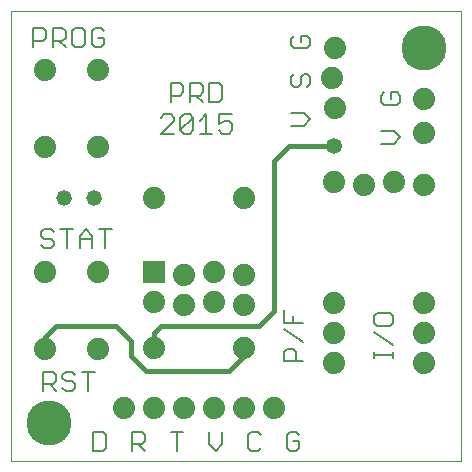
<source format=gtl>
G75*
%MOIN*%
%OFA0B0*%
%FSLAX24Y24*%
%IPPOS*%
%LPD*%
%AMOC8*
5,1,8,0,0,1.08239X$1,22.5*
%
%ADD10C,0.0000*%
%ADD11C,0.0060*%
%ADD12C,0.0740*%
%ADD13C,0.0520*%
%ADD14R,0.0740X0.0740*%
%ADD15C,0.0160*%
%ADD16C,0.0531*%
%ADD17C,0.1502*%
D10*
X008833Y005250D02*
X008833Y020250D01*
X023833Y020250D01*
X023833Y005250D01*
X008833Y005250D01*
D11*
X011568Y005580D02*
X011889Y005580D01*
X011995Y005687D01*
X011995Y006114D01*
X011889Y006221D01*
X011568Y006221D01*
X011568Y005580D01*
X012857Y005580D02*
X012857Y006221D01*
X013178Y006221D01*
X013284Y006114D01*
X013284Y005900D01*
X013178Y005794D01*
X012857Y005794D01*
X013071Y005794D02*
X013284Y005580D01*
X014147Y006221D02*
X014574Y006221D01*
X014360Y006221D02*
X014360Y005580D01*
X015436Y005794D02*
X015436Y006221D01*
X015863Y006221D02*
X015863Y005794D01*
X015649Y005580D01*
X015436Y005794D01*
X016725Y005687D02*
X016831Y005580D01*
X017045Y005580D01*
X017152Y005687D01*
X016725Y005687D02*
X016725Y006114D01*
X016831Y006221D01*
X017045Y006221D01*
X017152Y006114D01*
X018014Y006114D02*
X018014Y005687D01*
X018121Y005580D01*
X018334Y005580D01*
X018441Y005687D01*
X018441Y005900D01*
X018227Y005900D01*
X018014Y006114D02*
X018121Y006221D01*
X018334Y006221D01*
X018441Y006114D01*
X018340Y008563D02*
X018340Y008883D01*
X018233Y008990D01*
X018020Y008990D01*
X017913Y008883D01*
X017913Y008563D01*
X018553Y008563D01*
X018553Y009208D02*
X017913Y009635D01*
X017913Y009852D02*
X017913Y010279D01*
X018233Y010066D02*
X018233Y009852D01*
X018553Y009852D02*
X017913Y009852D01*
X020913Y009852D02*
X021020Y009745D01*
X021447Y009745D01*
X021553Y009852D01*
X021553Y010065D01*
X021447Y010172D01*
X021020Y010172D01*
X020913Y010065D01*
X020913Y009852D01*
X020913Y009527D02*
X021553Y009100D01*
X021553Y008884D02*
X021553Y008671D01*
X021553Y008777D02*
X020913Y008777D01*
X020913Y008671D02*
X020913Y008884D01*
X011971Y012330D02*
X011971Y012971D01*
X011758Y012971D02*
X012185Y012971D01*
X011540Y012757D02*
X011540Y012330D01*
X011540Y012650D02*
X011113Y012650D01*
X011113Y012757D02*
X011327Y012971D01*
X011540Y012757D01*
X011113Y012757D02*
X011113Y012330D01*
X010682Y012330D02*
X010682Y012971D01*
X010469Y012971D02*
X010896Y012971D01*
X010251Y012864D02*
X010145Y012971D01*
X009931Y012971D01*
X009824Y012864D01*
X009824Y012757D01*
X009931Y012650D01*
X010145Y012650D01*
X010251Y012544D01*
X010251Y012437D01*
X010145Y012330D01*
X009931Y012330D01*
X009824Y012437D01*
X013824Y016155D02*
X014251Y016582D01*
X014251Y016689D01*
X014145Y016796D01*
X013931Y016796D01*
X013824Y016689D01*
X014147Y017205D02*
X014147Y017846D01*
X014467Y017846D01*
X014574Y017739D01*
X014574Y017525D01*
X014467Y017419D01*
X014147Y017419D01*
X014791Y017419D02*
X015111Y017419D01*
X015218Y017525D01*
X015218Y017739D01*
X015111Y017846D01*
X014791Y017846D01*
X014791Y017205D01*
X015005Y017419D02*
X015218Y017205D01*
X015436Y017205D02*
X015756Y017205D01*
X015863Y017312D01*
X015863Y017739D01*
X015756Y017846D01*
X015436Y017846D01*
X015436Y017205D01*
X015327Y016796D02*
X015327Y016155D01*
X015540Y016155D02*
X015113Y016155D01*
X014896Y016262D02*
X014789Y016155D01*
X014576Y016155D01*
X014469Y016262D01*
X014896Y016689D01*
X014896Y016262D01*
X014469Y016262D02*
X014469Y016689D01*
X014576Y016796D01*
X014789Y016796D01*
X014896Y016689D01*
X015113Y016582D02*
X015327Y016796D01*
X015758Y016796D02*
X015758Y016475D01*
X015971Y016582D01*
X016078Y016582D01*
X016185Y016475D01*
X016185Y016262D01*
X016078Y016155D01*
X015865Y016155D01*
X015758Y016262D01*
X015758Y016796D02*
X016185Y016796D01*
X014251Y016155D02*
X013824Y016155D01*
X018163Y016419D02*
X018590Y016419D01*
X018803Y016632D01*
X018590Y016846D01*
X018163Y016846D01*
X018270Y017708D02*
X018376Y017708D01*
X018483Y017814D01*
X018483Y018028D01*
X018590Y018135D01*
X018697Y018135D01*
X018803Y018028D01*
X018803Y017814D01*
X018697Y017708D01*
X018270Y017708D02*
X018163Y017814D01*
X018163Y018028D01*
X018270Y018135D01*
X018270Y018997D02*
X018697Y018997D01*
X018803Y019104D01*
X018803Y019317D01*
X018697Y019424D01*
X018483Y019424D01*
X018483Y019210D01*
X018270Y018997D02*
X018163Y019104D01*
X018163Y019317D01*
X018270Y019424D01*
X021163Y017423D02*
X021270Y017529D01*
X021163Y017423D02*
X021163Y017209D01*
X021270Y017102D01*
X021697Y017102D01*
X021803Y017209D01*
X021803Y017423D01*
X021697Y017529D01*
X021483Y017529D01*
X021483Y017316D01*
X021590Y016240D02*
X021163Y016240D01*
X021590Y016240D02*
X021803Y016027D01*
X021590Y015813D01*
X021163Y015813D01*
X011935Y019137D02*
X011935Y019350D01*
X011721Y019350D01*
X011508Y019137D02*
X011615Y019030D01*
X011828Y019030D01*
X011935Y019137D01*
X011935Y019564D02*
X011828Y019671D01*
X011615Y019671D01*
X011508Y019564D01*
X011508Y019137D01*
X011290Y019137D02*
X011290Y019564D01*
X011184Y019671D01*
X010970Y019671D01*
X010863Y019564D01*
X010863Y019137D01*
X010970Y019030D01*
X011184Y019030D01*
X011290Y019137D01*
X010646Y019030D02*
X010432Y019244D01*
X010539Y019244D02*
X010219Y019244D01*
X010219Y019030D02*
X010219Y019671D01*
X010539Y019671D01*
X010646Y019564D01*
X010646Y019350D01*
X010539Y019244D01*
X010001Y019350D02*
X010001Y019564D01*
X009895Y019671D01*
X009574Y019671D01*
X009574Y019030D01*
X009574Y019244D02*
X009895Y019244D01*
X010001Y019350D01*
X009897Y008221D02*
X010217Y008221D01*
X010324Y008114D01*
X010324Y007900D01*
X010217Y007794D01*
X009897Y007794D01*
X010110Y007794D02*
X010324Y007580D01*
X010541Y007687D02*
X010648Y007580D01*
X010861Y007580D01*
X010968Y007687D01*
X010968Y007794D01*
X010861Y007900D01*
X010648Y007900D01*
X010541Y008007D01*
X010541Y008114D01*
X010648Y008221D01*
X010861Y008221D01*
X010968Y008114D01*
X011186Y008221D02*
X011613Y008221D01*
X011399Y008221D02*
X011399Y007580D01*
X009897Y007580D02*
X009897Y008221D01*
D12*
X009943Y008970D03*
X011723Y008970D03*
X013583Y009000D03*
X013583Y010550D03*
X014583Y010450D03*
X015583Y010550D03*
X016583Y010450D03*
X016583Y011450D03*
X015583Y011550D03*
X014583Y011450D03*
X011723Y011530D03*
X009943Y011530D03*
X013583Y014000D03*
X016583Y014000D03*
X019583Y014550D03*
X020583Y014450D03*
X021583Y014550D03*
X022583Y014450D03*
X022583Y016180D03*
X022583Y017320D03*
X019633Y017000D03*
X019533Y018000D03*
X019633Y019000D03*
X011723Y018280D03*
X009943Y018280D03*
X009943Y015720D03*
X011723Y015720D03*
X019583Y010500D03*
X019583Y009500D03*
X019583Y008500D03*
X017583Y007000D03*
X016583Y007000D03*
X015583Y007000D03*
X014583Y007000D03*
X013583Y007000D03*
X012583Y007000D03*
X016583Y009000D03*
X022583Y008500D03*
X022583Y009500D03*
X022583Y010500D03*
D13*
X011583Y014000D03*
X010583Y014000D03*
D14*
X013583Y011550D03*
D15*
X013833Y009750D02*
X013583Y009500D01*
X013583Y009000D01*
X012833Y008750D02*
X013333Y008250D01*
X016083Y008250D01*
X016583Y008750D01*
X016583Y009000D01*
X017083Y009750D02*
X013833Y009750D01*
X012833Y009250D02*
X012833Y008750D01*
X012833Y009250D02*
X012333Y009750D01*
X010333Y009750D01*
X009943Y009360D01*
X009943Y008970D01*
X017083Y009750D02*
X017583Y010250D01*
X017583Y015250D01*
X018083Y015750D01*
X019583Y015750D01*
D16*
X019583Y015750D03*
D17*
X022583Y019000D03*
X010083Y006500D03*
M02*

</source>
